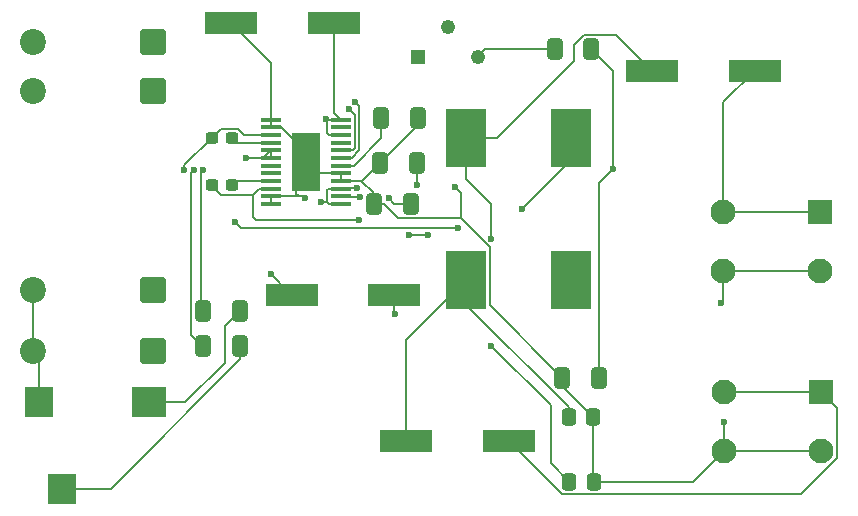
<source format=gbr>
%TF.GenerationSoftware,KiCad,Pcbnew,9.0.2*%
%TF.CreationDate,2025-09-10T19:30:47-05:00*%
%TF.ProjectId,EE101_Board,45453130-315f-4426-9f61-72642e6b6963,rev?*%
%TF.SameCoordinates,Original*%
%TF.FileFunction,Copper,L2,Bot*%
%TF.FilePolarity,Positive*%
%FSLAX46Y46*%
G04 Gerber Fmt 4.6, Leading zero omitted, Abs format (unit mm)*
G04 Created by KiCad (PCBNEW 9.0.2) date 2025-09-10 19:30:47*
%MOMM*%
%LPD*%
G01*
G04 APERTURE LIST*
G04 Aperture macros list*
%AMRoundRect*
0 Rectangle with rounded corners*
0 $1 Rounding radius*
0 $2 $3 $4 $5 $6 $7 $8 $9 X,Y pos of 4 corners*
0 Add a 4 corners polygon primitive as box body*
4,1,4,$2,$3,$4,$5,$6,$7,$8,$9,$2,$3,0*
0 Add four circle primitives for the rounded corners*
1,1,$1+$1,$2,$3*
1,1,$1+$1,$4,$5*
1,1,$1+$1,$6,$7*
1,1,$1+$1,$8,$9*
0 Add four rect primitives between the rounded corners*
20,1,$1+$1,$2,$3,$4,$5,0*
20,1,$1+$1,$4,$5,$6,$7,0*
20,1,$1+$1,$6,$7,$8,$9,0*
20,1,$1+$1,$8,$9,$2,$3,0*%
G04 Aperture macros list end*
%TA.AperFunction,ComponentPad*%
%ADD10C,1.222000*%
%TD*%
%TA.AperFunction,ComponentPad*%
%ADD11R,1.222000X1.222000*%
%TD*%
%TA.AperFunction,SMDPad,CuDef*%
%ADD12R,1.761998X0.354800*%
%TD*%
%TA.AperFunction,SMDPad,CuDef*%
%ADD13R,2.400000X4.870000*%
%TD*%
%TA.AperFunction,SMDPad,CuDef*%
%ADD14R,4.400000X1.900000*%
%TD*%
%TA.AperFunction,ComponentPad*%
%ADD15RoundRect,0.249999X0.850001X0.850001X-0.850001X0.850001X-0.850001X-0.850001X0.850001X-0.850001X0*%
%TD*%
%TA.AperFunction,ComponentPad*%
%ADD16C,2.200000*%
%TD*%
%TA.AperFunction,ComponentPad*%
%ADD17R,2.100000X2.100000*%
%TD*%
%TA.AperFunction,ComponentPad*%
%ADD18C,2.100000*%
%TD*%
%TA.AperFunction,SMDPad,CuDef*%
%ADD19RoundRect,0.237500X0.300000X0.237500X-0.300000X0.237500X-0.300000X-0.237500X0.300000X-0.237500X0*%
%TD*%
%TA.AperFunction,SMDPad,CuDef*%
%ADD20RoundRect,0.250000X0.412500X0.650000X-0.412500X0.650000X-0.412500X-0.650000X0.412500X-0.650000X0*%
%TD*%
%TA.AperFunction,SMDPad,CuDef*%
%ADD21R,3.400000X5.000000*%
%TD*%
%TA.AperFunction,SMDPad,CuDef*%
%ADD22RoundRect,0.250000X-0.412500X-0.650000X0.412500X-0.650000X0.412500X0.650000X-0.412500X0.650000X0*%
%TD*%
%TA.AperFunction,SMDPad,CuDef*%
%ADD23RoundRect,0.250000X0.337500X0.475000X-0.337500X0.475000X-0.337500X-0.475000X0.337500X-0.475000X0*%
%TD*%
%TA.AperFunction,SMDPad,CuDef*%
%ADD24RoundRect,0.250000X-0.337500X-0.475000X0.337500X-0.475000X0.337500X0.475000X-0.337500X0.475000X0*%
%TD*%
%TA.AperFunction,SMDPad,CuDef*%
%ADD25R,2.400000X2.550000*%
%TD*%
%TA.AperFunction,SMDPad,CuDef*%
%ADD26R,2.900000X2.550000*%
%TD*%
%TA.AperFunction,ViaPad*%
%ADD27C,0.600000*%
%TD*%
%TA.AperFunction,Conductor*%
%ADD28C,0.200000*%
%TD*%
G04 APERTURE END LIST*
D10*
%TO.P,RV1,3,3*%
%TO.N,0*%
X94540000Y-70100000D03*
%TO.P,RV1,2,2*%
%TO.N,Net-(Q1-G)*%
X92000000Y-67560000D03*
D11*
%TO.P,RV1,1,1*%
%TO.N,Net-(D5-K)*%
X89460000Y-70100000D03*
%TD*%
D12*
%TO.P,U1,1,PVCCL*%
%TO.N,Net-(Q1-S)*%
X82942000Y-75424937D03*
%TO.P,U1,2,SD*%
%TO.N,unconnected-(U1-SD-Pad2)*%
X82942000Y-76074949D03*
%TO.P,U1,3,PVCCL*%
%TO.N,Net-(Q1-S)*%
X82942000Y-76724960D03*
%TO.P,U1,4,MUTE*%
%TO.N,unconnected-(U1-MUTE-Pad4)*%
X82942000Y-77374972D03*
%TO.P,U1,5,LIN*%
%TO.N,Net-(U1-LIN)*%
X82942000Y-78024983D03*
%TO.P,U1,6,RIN*%
%TO.N,Net-(U1-RIN)*%
X82942000Y-78674994D03*
%TO.P,U1,7,BYPASS*%
%TO.N,Net-(U1-BYPASS)*%
X82942000Y-79325006D03*
%TO.P,U1,8,AGND*%
%TO.N,0*%
X82942000Y-79975017D03*
%TO.P,U1,9,AGND*%
X82942000Y-80625028D03*
%TO.P,U1,10,PVCCR*%
%TO.N,Net-(Q1-S)*%
X82942000Y-81275040D03*
%TO.P,U1,11,VCLAMP*%
%TO.N,Net-(U1-VCLAMP)*%
X82942000Y-81925051D03*
%TO.P,U1,12,PVCCR*%
%TO.N,Net-(Q1-S)*%
X82942000Y-82575063D03*
%TO.P,U1,13,PGNDR*%
%TO.N,0*%
X77000000Y-82575063D03*
%TO.P,U1,14,PGNDR*%
X77000000Y-81925051D03*
%TO.P,U1,15,ROUT*%
%TO.N,Net-(U1-ROUT)*%
X77000000Y-81275040D03*
%TO.P,U1,16,BSR*%
%TO.N,Net-(U1-BSR)*%
X77000000Y-80625028D03*
%TO.P,U1,17,GAIN1*%
%TO.N,unconnected-(U1-GAIN1-Pad17)*%
X77000000Y-79975017D03*
%TO.P,U1,18,GAIN0*%
%TO.N,unconnected-(U1-GAIN0-Pad18)*%
X77000000Y-79325006D03*
%TO.P,U1,19,AVCC*%
%TO.N,Net-(Q1-S)*%
X77000000Y-78674994D03*
%TO.P,U1,20,AVCC*%
X77000000Y-78024983D03*
%TO.P,U1,21,BSL*%
%TO.N,Net-(U1-BSL)*%
X77000000Y-77374972D03*
%TO.P,U1,22,LOUT*%
%TO.N,Net-(U1-LOUT)*%
X77000000Y-76724960D03*
%TO.P,U1,23,PGNDL*%
%TO.N,0*%
X77000000Y-76074949D03*
%TO.P,U1,24,PGNDL*%
X77000000Y-75424937D03*
D13*
%TO.P,U1,25,THERMAL*%
X79971000Y-79000000D03*
%TD*%
D14*
%TO.P,C17,2*%
%TO.N,0*%
X78775000Y-90250000D03*
%TO.P,C17,1*%
%TO.N,Net-(Q1-S)*%
X87475000Y-90250000D03*
%TD*%
D15*
%TO.P,D3,1,K*%
%TO.N,Net-(D1-A)*%
X67080000Y-89840000D03*
D16*
%TO.P,D3,2,A*%
%TO.N,0*%
X56920000Y-89840000D03*
%TD*%
D15*
%TO.P,D1,1,K*%
%TO.N,Net-(D1-K)*%
X67080000Y-68840000D03*
D16*
%TO.P,D1,2,A*%
%TO.N,Net-(D1-A)*%
X56920000Y-68840000D03*
%TD*%
D15*
%TO.P,D2,1,K*%
%TO.N,Net-(D2-K)*%
X67080000Y-95000000D03*
D16*
%TO.P,D2,2,A*%
%TO.N,0*%
X56920000Y-95000000D03*
%TD*%
D15*
%TO.P,D4,1,K*%
%TO.N,Net-(D1-K)*%
X67080000Y-73000000D03*
D16*
%TO.P,D4,2,A*%
%TO.N,Net-(D2-K)*%
X56920000Y-73000000D03*
%TD*%
D17*
%TO.P,J4,1,Pin_1*%
%TO.N,Net-(J4-Pin_1)*%
X123475000Y-83225000D03*
D18*
X115275000Y-83225000D03*
%TO.P,J4,2,Pin_2*%
%TO.N,0*%
X123475000Y-88225000D03*
X115275000Y-88225000D03*
%TD*%
D19*
%TO.P,C12,1*%
%TO.N,Net-(U1-BSR)*%
X73725000Y-81000000D03*
%TO.P,C12,2*%
%TO.N,Net-(U1-ROUT)*%
X72000000Y-81000000D03*
%TD*%
D20*
%TO.P,C9,1*%
%TO.N,Net-(Q1-S)*%
X104162500Y-69475000D03*
%TO.P,C9,2*%
%TO.N,0*%
X101037500Y-69475000D03*
%TD*%
D14*
%TO.P,C15,1*%
%TO.N,Net-(C13-Pad1)*%
X88475000Y-102625000D03*
%TO.P,C15,2*%
%TO.N,Net-(J3-Pin_1)*%
X97175000Y-102625000D03*
%TD*%
D20*
%TO.P,C10,1*%
%TO.N,Net-(Q1-S)*%
X104812500Y-97275000D03*
%TO.P,C10,2*%
%TO.N,0*%
X101687500Y-97275000D03*
%TD*%
%TO.P,C3,1*%
%TO.N,Net-(C3-Pad1)*%
X74387500Y-91625000D03*
%TO.P,C3,2*%
%TO.N,Net-(U1-LIN)*%
X71262500Y-91625000D03*
%TD*%
D14*
%TO.P,C5,1*%
%TO.N,Net-(Q1-S)*%
X82350000Y-67250000D03*
%TO.P,C5,2*%
%TO.N,0*%
X73650000Y-67250000D03*
%TD*%
D21*
%TO.P,L2,1,1*%
%TO.N,Net-(U1-ROUT)*%
X102450000Y-77000000D03*
%TO.P,L2,2,2*%
%TO.N,Net-(C14-Pad2)*%
X93550000Y-77000000D03*
%TD*%
D20*
%TO.P,C4,1*%
%TO.N,Net-(C4-Pad1)*%
X74387500Y-94625000D03*
%TO.P,C4,2*%
%TO.N,Net-(U1-RIN)*%
X71262500Y-94625000D03*
%TD*%
D22*
%TO.P,C6,1*%
%TO.N,Net-(U1-BYPASS)*%
X86337500Y-75300000D03*
%TO.P,C6,2*%
%TO.N,0*%
X89462500Y-75300000D03*
%TD*%
D20*
%TO.P,C7,1*%
%TO.N,Net-(U1-VCLAMP)*%
X88862500Y-82575000D03*
%TO.P,C7,2*%
%TO.N,0*%
X85737500Y-82575000D03*
%TD*%
D21*
%TO.P,L1,1,1*%
%TO.N,Net-(U1-LOUT)*%
X102450000Y-89000000D03*
%TO.P,L1,2,2*%
%TO.N,Net-(C13-Pad1)*%
X93550000Y-89000000D03*
%TD*%
D23*
%TO.P,C14,1*%
%TO.N,0*%
X104362500Y-106075000D03*
%TO.P,C14,2*%
%TO.N,Net-(C14-Pad2)*%
X102287500Y-106075000D03*
%TD*%
D17*
%TO.P,J3,1,Pin_1*%
%TO.N,Net-(J3-Pin_1)*%
X123575000Y-98500000D03*
D18*
X115375000Y-98500000D03*
%TO.P,J3,2,Pin_2*%
%TO.N,0*%
X123575000Y-103500000D03*
X115375000Y-103500000D03*
%TD*%
D20*
%TO.P,C8,1*%
%TO.N,Net-(Q1-S)*%
X89362500Y-79100000D03*
%TO.P,C8,2*%
%TO.N,0*%
X86237500Y-79100000D03*
%TD*%
D19*
%TO.P,C11,1*%
%TO.N,Net-(U1-BSL)*%
X73725000Y-77000000D03*
%TO.P,C11,2*%
%TO.N,Net-(U1-LOUT)*%
X72000000Y-77000000D03*
%TD*%
D14*
%TO.P,C16,1*%
%TO.N,Net-(C14-Pad2)*%
X109275000Y-71275000D03*
%TO.P,C16,2*%
%TO.N,Net-(J4-Pin_1)*%
X117975000Y-71275000D03*
%TD*%
D24*
%TO.P,C13,1*%
%TO.N,Net-(C13-Pad1)*%
X102237500Y-100575000D03*
%TO.P,C13,2*%
%TO.N,0*%
X104312500Y-100575000D03*
%TD*%
D25*
%TO.P,J2,R*%
%TO.N,Net-(C4-Pad1)*%
X59300000Y-106675000D03*
%TO.P,J2,S*%
%TO.N,0*%
X57400000Y-99325000D03*
D26*
%TO.P,J2,T*%
%TO.N,Net-(C3-Pad1)*%
X66700000Y-99325000D03*
%TD*%
D27*
%TO.N,0*%
X92600000Y-81100000D03*
%TO.N,Net-(Q1-S)*%
X81300000Y-82400000D03*
%TO.N,Net-(U1-ROUT)*%
X84500000Y-83900000D03*
X88700000Y-85200000D03*
X98300000Y-83000000D03*
X90300000Y-85200000D03*
%TO.N,Net-(U1-LOUT)*%
X92900000Y-84600000D03*
X102400000Y-88900000D03*
X69699994Y-79700000D03*
X74000000Y-84100000D03*
%TO.N,Net-(Q1-S)*%
X81700000Y-75400000D03*
X74900000Y-78700000D03*
X84282477Y-81255397D03*
X89400000Y-81000000D03*
X87500000Y-91900000D03*
%TO.N,Net-(C14-Pad2)*%
X95700000Y-94600000D03*
%TO.N,Net-(U1-RIN)*%
X70499997Y-79700000D03*
X84165687Y-73934313D03*
%TO.N,Net-(U1-LIN)*%
X71300000Y-79700000D03*
X83600000Y-74500000D03*
%TO.N,Net-(U1-VCLAMP)*%
X84575000Y-82000000D03*
X87000000Y-82100000D03*
%TO.N,Net-(Q1-S)*%
X106000000Y-79600000D03*
%TO.N,Net-(C14-Pad2)*%
X95700265Y-85499735D03*
%TO.N,0*%
X115150000Y-90950000D03*
X115375000Y-101025000D03*
X77000000Y-88500000D03*
X79891994Y-82054853D03*
%TD*%
D28*
%TO.N,0*%
X77000000Y-75424937D02*
X77000000Y-70600000D01*
X77000000Y-70600000D02*
X73650000Y-67250000D01*
%TO.N,Net-(Q1-S)*%
X82350000Y-74832937D02*
X82350000Y-67250000D01*
%TO.N,0*%
X93152000Y-83800000D02*
X93152000Y-81652000D01*
X93152000Y-81652000D02*
X92600000Y-81100000D01*
%TO.N,Net-(Q1-S)*%
X81303451Y-82403451D02*
X81300000Y-82400000D01*
X81760001Y-82403451D02*
X81303451Y-82403451D01*
%TO.N,Net-(U1-ROUT)*%
X90300000Y-85200000D02*
X88700000Y-85200000D01*
X98300000Y-83000000D02*
X102450000Y-78850000D01*
X102450000Y-78850000D02*
X102450000Y-77000000D01*
X75549000Y-81776000D02*
X75549000Y-83649000D01*
X75549000Y-83649000D02*
X75800000Y-83900000D01*
X75800000Y-83900000D02*
X84500000Y-83900000D01*
%TO.N,Net-(C14-Pad2)*%
X95700000Y-85499470D02*
X95700000Y-82600000D01*
X93550000Y-80450000D02*
X93550000Y-77000000D01*
X95700265Y-85499735D02*
X95700000Y-85499470D01*
X95700000Y-82600000D02*
X93550000Y-80450000D01*
%TO.N,Net-(U1-LOUT)*%
X74000000Y-84100000D02*
X74500000Y-84600000D01*
X69699994Y-79300006D02*
X69699994Y-79700000D01*
X74500000Y-84600000D02*
X92900000Y-84600000D01*
X72000000Y-77000000D02*
X69699994Y-79300006D01*
%TO.N,Net-(Q1-S)*%
X76324983Y-78700000D02*
X74900000Y-78700000D01*
X77000000Y-78024983D02*
X76324983Y-78700000D01*
X84282477Y-81255397D02*
X82961643Y-81255397D01*
X82961643Y-81255397D02*
X82942000Y-81275040D01*
%TO.N,0*%
X77000000Y-82575063D02*
X77000000Y-81925051D01*
%TO.N,Net-(C14-Pad2)*%
X109275000Y-71275000D02*
X106274000Y-68274000D01*
X103514840Y-68274000D02*
X102700000Y-69088840D01*
X102700000Y-70500000D02*
X96200000Y-77000000D01*
X106274000Y-68274000D02*
X103514840Y-68274000D01*
X102700000Y-69088840D02*
X102700000Y-70500000D01*
X96200000Y-77000000D02*
X93550000Y-77000000D01*
%TO.N,Net-(Q1-S)*%
X89362500Y-80962500D02*
X89400000Y-81000000D01*
X89362500Y-79100000D02*
X89362500Y-80962500D01*
X104812500Y-97275000D02*
X104812500Y-80787500D01*
X104812500Y-80787500D02*
X106000000Y-79600000D01*
X87475000Y-91875000D02*
X87500000Y-91900000D01*
X87475000Y-90250000D02*
X87475000Y-91875000D01*
%TO.N,0*%
X104312500Y-100575000D02*
X101687500Y-97950000D01*
X101687500Y-97950000D02*
X101687500Y-97275000D01*
%TO.N,Net-(C13-Pad1)*%
X102237500Y-100575000D02*
X102237500Y-99787443D01*
X102237500Y-99787443D02*
X93550000Y-91099943D01*
X93550000Y-91099943D02*
X93550000Y-89000000D01*
%TO.N,Net-(C14-Pad2)*%
X100724000Y-99624000D02*
X95700000Y-94600000D01*
X100724000Y-104511500D02*
X100724000Y-99624000D01*
%TO.N,0*%
X104362500Y-106075000D02*
X104362500Y-105862500D01*
X104362500Y-105862500D02*
X104312500Y-105812500D01*
X104312500Y-105812500D02*
X104312500Y-100575000D01*
%TO.N,Net-(U1-RIN)*%
X83869477Y-78674994D02*
X84524999Y-78019472D01*
X84524999Y-78019472D02*
X84524999Y-74293625D01*
X70300000Y-79899997D02*
X70300000Y-93662500D01*
X82942000Y-78674994D02*
X83869477Y-78674994D01*
X84524999Y-74293625D02*
X84165687Y-73934313D01*
X70499997Y-79700000D02*
X70300000Y-79899997D01*
X70300000Y-93662500D02*
X71262500Y-94625000D01*
%TO.N,0*%
X89462500Y-75300000D02*
X89462500Y-75875000D01*
X89462500Y-75875000D02*
X86237500Y-79100000D01*
%TO.N,Net-(U1-BYPASS)*%
X82942000Y-79325006D02*
X84022999Y-79325006D01*
X84022999Y-79325006D02*
X86337500Y-77010505D01*
X86337500Y-77010505D02*
X86337500Y-75300000D01*
%TO.N,0*%
X84687528Y-80625028D02*
X84712472Y-80625028D01*
X84712472Y-80625028D02*
X86237500Y-79100000D01*
%TO.N,Net-(U1-LIN)*%
X84123999Y-77853372D02*
X84123999Y-75023999D01*
X83952388Y-78024983D02*
X84123999Y-77853372D01*
X71300000Y-79700000D02*
X71100000Y-79900000D01*
X84123999Y-75023999D02*
X83600000Y-74500000D01*
X71100000Y-79900000D02*
X71100000Y-91462500D01*
X82942000Y-78024983D02*
X83952388Y-78024983D01*
X71100000Y-91462500D02*
X71262500Y-91625000D01*
%TO.N,Net-(Q1-S)*%
X82350000Y-74832937D02*
X82942000Y-75424937D01*
%TO.N,Net-(J3-Pin_1)*%
X123575000Y-98500000D02*
X124926000Y-99851000D01*
X124926000Y-104059603D02*
X121884603Y-107101000D01*
X124926000Y-99851000D02*
X124926000Y-104059603D01*
X121884603Y-107101000D02*
X101651000Y-107101000D01*
X101651000Y-107101000D02*
X97175000Y-102625000D01*
%TO.N,Net-(U1-VCLAMP)*%
X83016949Y-82000000D02*
X82942000Y-81925051D01*
X88862500Y-82575000D02*
X87475000Y-82575000D01*
X87475000Y-82575000D02*
X87000000Y-82100000D01*
X84575000Y-82000000D02*
X83016949Y-82000000D01*
%TO.N,0*%
X77000000Y-81925051D02*
X79500000Y-81925051D01*
X79971000Y-79000000D02*
X79170000Y-79801000D01*
X79385373Y-81925051D02*
X79500000Y-81925051D01*
X79170000Y-79801000D02*
X79170000Y-81709678D01*
X79170000Y-81709678D02*
X79385373Y-81925051D01*
%TO.N,Net-(Q1-S)*%
X82942000Y-76724960D02*
X81931612Y-76724960D01*
X81861001Y-75424937D02*
X82942000Y-75424937D01*
X81931612Y-76724960D02*
X81760001Y-76553349D01*
X81760001Y-76553349D02*
X81760001Y-75525937D01*
X81760001Y-75525937D02*
X81861001Y-75424937D01*
%TO.N,Net-(U1-LOUT)*%
X77000000Y-76724960D02*
X74755594Y-76724960D01*
X72776000Y-76224000D02*
X72000000Y-77000000D01*
X74755594Y-76724960D02*
X74254634Y-76224000D01*
X74254634Y-76224000D02*
X72776000Y-76224000D01*
%TO.N,Net-(U1-BSL)*%
X77000000Y-77374972D02*
X74099972Y-77374972D01*
X74099972Y-77374972D02*
X73725000Y-77000000D01*
%TO.N,Net-(Q1-S)*%
X77000000Y-78024983D02*
X77000000Y-78674994D01*
X82942000Y-82575063D02*
X81931613Y-82575063D01*
X81931613Y-82575063D02*
X81760001Y-82403451D01*
X81760001Y-82403451D02*
X81760001Y-81376040D01*
X81760001Y-81376040D02*
X81861001Y-81275040D01*
X81861001Y-81275040D02*
X82942000Y-81275040D01*
%TO.N,Net-(C3-Pad1)*%
X66700000Y-99325000D02*
X69775000Y-99325000D01*
X69775000Y-99325000D02*
X73100000Y-96000000D01*
X73100000Y-92912500D02*
X74387500Y-91625000D01*
X73100000Y-96000000D02*
X73100000Y-92912500D01*
%TO.N,Net-(Q1-S)*%
X106000000Y-71312500D02*
X106000000Y-79600000D01*
X104162500Y-69475000D02*
X106000000Y-71312500D01*
%TO.N,Net-(C14-Pad2)*%
X102287500Y-106075000D02*
X100724000Y-104511500D01*
%TO.N,Net-(C4-Pad1)*%
X74387500Y-94625000D02*
X74387500Y-95740260D01*
X63452760Y-106675000D02*
X59300000Y-106675000D01*
X74387500Y-95740260D02*
X63452760Y-106675000D01*
%TO.N,Net-(C13-Pad1)*%
X93550000Y-89000000D02*
X93550000Y-89050000D01*
X93550000Y-89050000D02*
X88475000Y-94125000D01*
X88475000Y-94125000D02*
X88475000Y-102625000D01*
%TO.N,0*%
X101687500Y-97275000D02*
X95551000Y-91138500D01*
X95551000Y-91138500D02*
X95551000Y-86199000D01*
X95551000Y-86199000D02*
X93152000Y-83800000D01*
X93152000Y-83800000D02*
X87800000Y-83800000D01*
X87800000Y-83800000D02*
X86575000Y-82575000D01*
X86575000Y-82575000D02*
X85737500Y-82575000D01*
X115150000Y-90950000D02*
X115275000Y-90825000D01*
X115275000Y-90825000D02*
X115275000Y-88225000D01*
X115375000Y-103500000D02*
X115375000Y-101025000D01*
X115400000Y-101000000D02*
X115375000Y-101025000D01*
%TO.N,Net-(J4-Pin_1)*%
X115275000Y-83225000D02*
X115275000Y-73975000D01*
X115275000Y-73975000D02*
X117975000Y-71275000D01*
X123475000Y-83225000D02*
X115275000Y-83225000D01*
%TO.N,Net-(J3-Pin_1)*%
X115375000Y-98500000D02*
X123575000Y-98500000D01*
%TO.N,0*%
X104362500Y-106075000D02*
X112800000Y-106075000D01*
X112800000Y-106075000D02*
X115375000Y-103500000D01*
X123475000Y-88225000D02*
X115275000Y-88225000D01*
X123575000Y-103500000D02*
X115375000Y-103500000D01*
X56920000Y-89840000D02*
X56920000Y-95000000D01*
X57400000Y-99325000D02*
X57400000Y-95480000D01*
X57400000Y-95480000D02*
X56920000Y-95000000D01*
X101037500Y-69475000D02*
X95165000Y-69475000D01*
X95165000Y-69475000D02*
X94540000Y-70100000D01*
X78750000Y-90250000D02*
X77000000Y-88500000D01*
X78775000Y-90250000D02*
X78750000Y-90250000D01*
X85737500Y-79000000D02*
X85737500Y-79575056D01*
X85737500Y-82575000D02*
X85737500Y-81675000D01*
X85737500Y-81675000D02*
X84687528Y-80625028D01*
X84687528Y-80625028D02*
X82942000Y-80625028D01*
X77000000Y-76074949D02*
X77874949Y-76074949D01*
X79971000Y-78171000D02*
X79971000Y-79000000D01*
X77874949Y-76074949D02*
X79971000Y-78171000D01*
X77000000Y-75424937D02*
X77000000Y-76074949D01*
X79971000Y-80035050D02*
X79971000Y-79000000D01*
X82942000Y-80625028D02*
X82942000Y-79975017D01*
X82942000Y-79975017D02*
X80946017Y-79975017D01*
X80946017Y-79975017D02*
X79971000Y-79000000D01*
X79762192Y-81925051D02*
X79891994Y-82054853D01*
X79500000Y-81925051D02*
X79762192Y-81925051D01*
%TO.N,Net-(U1-ROUT)*%
X76800040Y-81275040D02*
X76800000Y-81275000D01*
X77000000Y-81275040D02*
X76800040Y-81275040D01*
X76800000Y-81275000D02*
X76050000Y-81275000D01*
X76050000Y-81275000D02*
X75549000Y-81776000D01*
X75549000Y-81776000D02*
X72776000Y-81776000D01*
X72776000Y-81776000D02*
X72000000Y-81000000D01*
%TO.N,Net-(U1-BSR)*%
X77000000Y-80625028D02*
X74099972Y-80625028D01*
X74099972Y-80625028D02*
X73725000Y-81000000D01*
%TD*%
M02*

</source>
